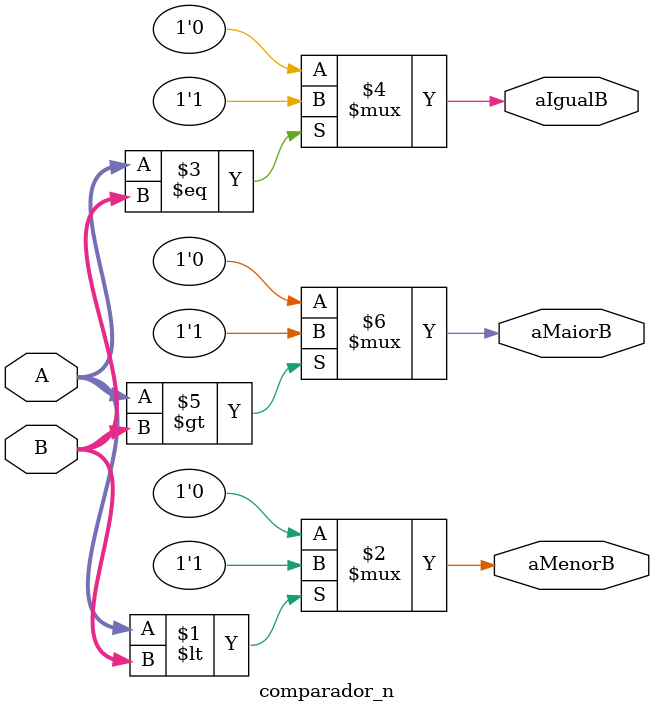
<source format=v>
module comparador_n #(parameter N=24)
    (
    input [N-1:0] A,
    input [N-1:0] B,
    output wire aMenorB,
    output wire aIgualB,
    output wire aMaiorB
    );

    assign aMenorB = (A < B) ? 1'b1 : 1'b0;
    assign aIgualB = (A == B) ? 1'b1 : 1'b0;
    assign aMaiorB = (A > B) ? 1'b1 : 1'b0;

endmodule
</source>
